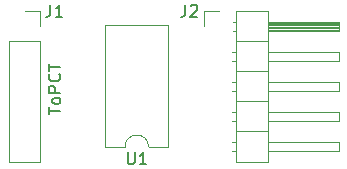
<source format=gbr>
%TF.GenerationSoftware,KiCad,Pcbnew,7.0.8*%
%TF.CreationDate,2025-03-02T18:31:22+01:00*%
%TF.ProjectId,a2keyboardToPCT-XT2AT,61326b65-7962-46f6-9172-64546f504354,rev?*%
%TF.SameCoordinates,Original*%
%TF.FileFunction,Legend,Top*%
%TF.FilePolarity,Positive*%
%FSLAX46Y46*%
G04 Gerber Fmt 4.6, Leading zero omitted, Abs format (unit mm)*
G04 Created by KiCad (PCBNEW 7.0.8) date 2025-03-02 18:31:22*
%MOMM*%
%LPD*%
G01*
G04 APERTURE LIST*
%ADD10C,0.150000*%
%ADD11C,0.120000*%
G04 APERTURE END LIST*
D10*
X54749819Y-54416077D02*
X54749819Y-53844649D01*
X55749819Y-54130363D02*
X54749819Y-54130363D01*
X55749819Y-53368458D02*
X55702200Y-53463696D01*
X55702200Y-53463696D02*
X55654580Y-53511315D01*
X55654580Y-53511315D02*
X55559342Y-53558934D01*
X55559342Y-53558934D02*
X55273628Y-53558934D01*
X55273628Y-53558934D02*
X55178390Y-53511315D01*
X55178390Y-53511315D02*
X55130771Y-53463696D01*
X55130771Y-53463696D02*
X55083152Y-53368458D01*
X55083152Y-53368458D02*
X55083152Y-53225601D01*
X55083152Y-53225601D02*
X55130771Y-53130363D01*
X55130771Y-53130363D02*
X55178390Y-53082744D01*
X55178390Y-53082744D02*
X55273628Y-53035125D01*
X55273628Y-53035125D02*
X55559342Y-53035125D01*
X55559342Y-53035125D02*
X55654580Y-53082744D01*
X55654580Y-53082744D02*
X55702200Y-53130363D01*
X55702200Y-53130363D02*
X55749819Y-53225601D01*
X55749819Y-53225601D02*
X55749819Y-53368458D01*
X55749819Y-52606553D02*
X54749819Y-52606553D01*
X54749819Y-52606553D02*
X54749819Y-52225601D01*
X54749819Y-52225601D02*
X54797438Y-52130363D01*
X54797438Y-52130363D02*
X54845057Y-52082744D01*
X54845057Y-52082744D02*
X54940295Y-52035125D01*
X54940295Y-52035125D02*
X55083152Y-52035125D01*
X55083152Y-52035125D02*
X55178390Y-52082744D01*
X55178390Y-52082744D02*
X55226009Y-52130363D01*
X55226009Y-52130363D02*
X55273628Y-52225601D01*
X55273628Y-52225601D02*
X55273628Y-52606553D01*
X55654580Y-51035125D02*
X55702200Y-51082744D01*
X55702200Y-51082744D02*
X55749819Y-51225601D01*
X55749819Y-51225601D02*
X55749819Y-51320839D01*
X55749819Y-51320839D02*
X55702200Y-51463696D01*
X55702200Y-51463696D02*
X55606961Y-51558934D01*
X55606961Y-51558934D02*
X55511723Y-51606553D01*
X55511723Y-51606553D02*
X55321247Y-51654172D01*
X55321247Y-51654172D02*
X55178390Y-51654172D01*
X55178390Y-51654172D02*
X54987914Y-51606553D01*
X54987914Y-51606553D02*
X54892676Y-51558934D01*
X54892676Y-51558934D02*
X54797438Y-51463696D01*
X54797438Y-51463696D02*
X54749819Y-51320839D01*
X54749819Y-51320839D02*
X54749819Y-51225601D01*
X54749819Y-51225601D02*
X54797438Y-51082744D01*
X54797438Y-51082744D02*
X54845057Y-51035125D01*
X54749819Y-50749410D02*
X54749819Y-50177982D01*
X55749819Y-50463696D02*
X54749819Y-50463696D01*
X66341666Y-45174819D02*
X66341666Y-45889104D01*
X66341666Y-45889104D02*
X66294047Y-46031961D01*
X66294047Y-46031961D02*
X66198809Y-46127200D01*
X66198809Y-46127200D02*
X66055952Y-46174819D01*
X66055952Y-46174819D02*
X65960714Y-46174819D01*
X66770238Y-45270057D02*
X66817857Y-45222438D01*
X66817857Y-45222438D02*
X66913095Y-45174819D01*
X66913095Y-45174819D02*
X67151190Y-45174819D01*
X67151190Y-45174819D02*
X67246428Y-45222438D01*
X67246428Y-45222438D02*
X67294047Y-45270057D01*
X67294047Y-45270057D02*
X67341666Y-45365295D01*
X67341666Y-45365295D02*
X67341666Y-45460533D01*
X67341666Y-45460533D02*
X67294047Y-45603390D01*
X67294047Y-45603390D02*
X66722619Y-46174819D01*
X66722619Y-46174819D02*
X67341666Y-46174819D01*
X61458095Y-57654819D02*
X61458095Y-58464342D01*
X61458095Y-58464342D02*
X61505714Y-58559580D01*
X61505714Y-58559580D02*
X61553333Y-58607200D01*
X61553333Y-58607200D02*
X61648571Y-58654819D01*
X61648571Y-58654819D02*
X61839047Y-58654819D01*
X61839047Y-58654819D02*
X61934285Y-58607200D01*
X61934285Y-58607200D02*
X61981904Y-58559580D01*
X61981904Y-58559580D02*
X62029523Y-58464342D01*
X62029523Y-58464342D02*
X62029523Y-57654819D01*
X63029523Y-58654819D02*
X62458095Y-58654819D01*
X62743809Y-58654819D02*
X62743809Y-57654819D01*
X62743809Y-57654819D02*
X62648571Y-57797676D01*
X62648571Y-57797676D02*
X62553333Y-57892914D01*
X62553333Y-57892914D02*
X62458095Y-57940533D01*
X54911666Y-45174819D02*
X54911666Y-45889104D01*
X54911666Y-45889104D02*
X54864047Y-46031961D01*
X54864047Y-46031961D02*
X54768809Y-46127200D01*
X54768809Y-46127200D02*
X54625952Y-46174819D01*
X54625952Y-46174819D02*
X54530714Y-46174819D01*
X55911666Y-46174819D02*
X55340238Y-46174819D01*
X55625952Y-46174819D02*
X55625952Y-45174819D01*
X55625952Y-45174819D02*
X55530714Y-45317676D01*
X55530714Y-45317676D02*
X55435476Y-45412914D01*
X55435476Y-45412914D02*
X55340238Y-45460533D01*
D11*
%TO.C,J2*%
X79315000Y-56770000D02*
X79315000Y-57530000D01*
X70257929Y-54230000D02*
X70655000Y-54230000D01*
X79315000Y-57530000D02*
X73315000Y-57530000D01*
X67945000Y-46990000D02*
X67945000Y-45720000D01*
X73315000Y-56770000D02*
X79315000Y-56770000D01*
X73315000Y-46610000D02*
X79315000Y-46610000D01*
X79315000Y-46610000D02*
X79315000Y-47370000D01*
X79315000Y-54230000D02*
X79315000Y-54990000D01*
X73315000Y-54230000D02*
X79315000Y-54230000D01*
X73315000Y-47150000D02*
X79315000Y-47150000D01*
X70257929Y-49910000D02*
X70655000Y-49910000D01*
X73315000Y-47270000D02*
X79315000Y-47270000D01*
X70325000Y-46610000D02*
X70655000Y-46610000D01*
X73315000Y-46910000D02*
X79315000Y-46910000D01*
X79315000Y-49150000D02*
X79315000Y-49910000D01*
X73315000Y-46790000D02*
X79315000Y-46790000D01*
X70257929Y-49150000D02*
X70655000Y-49150000D01*
X73315000Y-46670000D02*
X79315000Y-46670000D01*
X79315000Y-47370000D02*
X73315000Y-47370000D01*
X73315000Y-47030000D02*
X79315000Y-47030000D01*
X70655000Y-58480000D02*
X73315000Y-58480000D01*
X79315000Y-52450000D02*
X73315000Y-52450000D01*
X73315000Y-51690000D02*
X79315000Y-51690000D01*
X70257929Y-56770000D02*
X70655000Y-56770000D01*
X73315000Y-49150000D02*
X79315000Y-49150000D01*
X79315000Y-51690000D02*
X79315000Y-52450000D01*
X70257929Y-57530000D02*
X70655000Y-57530000D01*
X70655000Y-45660000D02*
X70655000Y-58480000D01*
X70325000Y-47370000D02*
X70655000Y-47370000D01*
X70655000Y-53340000D02*
X73315000Y-53340000D01*
X70655000Y-48260000D02*
X73315000Y-48260000D01*
X79315000Y-49910000D02*
X73315000Y-49910000D01*
X67945000Y-45720000D02*
X69215000Y-45720000D01*
X70257929Y-51690000D02*
X70655000Y-51690000D01*
X70655000Y-55880000D02*
X73315000Y-55880000D01*
X70257929Y-52450000D02*
X70655000Y-52450000D01*
X70655000Y-50800000D02*
X73315000Y-50800000D01*
X73315000Y-45660000D02*
X70655000Y-45660000D01*
X73315000Y-58480000D02*
X73315000Y-45660000D01*
X79315000Y-54990000D02*
X73315000Y-54990000D01*
X70257929Y-54990000D02*
X70655000Y-54990000D01*
%TO.C,U1*%
X59570000Y-57200000D02*
X61220000Y-57200000D01*
X64870000Y-57200000D02*
X64870000Y-46920000D01*
X59570000Y-46920000D02*
X59570000Y-57200000D01*
X63220000Y-57200000D02*
X64870000Y-57200000D01*
X64870000Y-46920000D02*
X59570000Y-46920000D01*
X63220000Y-57200000D02*
G75*
G03*
X61220000Y-57200000I-1000000J0D01*
G01*
%TO.C,J1*%
X52730000Y-45660000D02*
X54060000Y-45660000D01*
X51400000Y-58480000D02*
X54060000Y-58480000D01*
X51400000Y-48260000D02*
X54060000Y-48260000D01*
X51400000Y-48260000D02*
X51400000Y-58480000D01*
X54060000Y-48260000D02*
X54060000Y-58480000D01*
X54060000Y-45660000D02*
X54060000Y-46990000D01*
%TD*%
M02*

</source>
